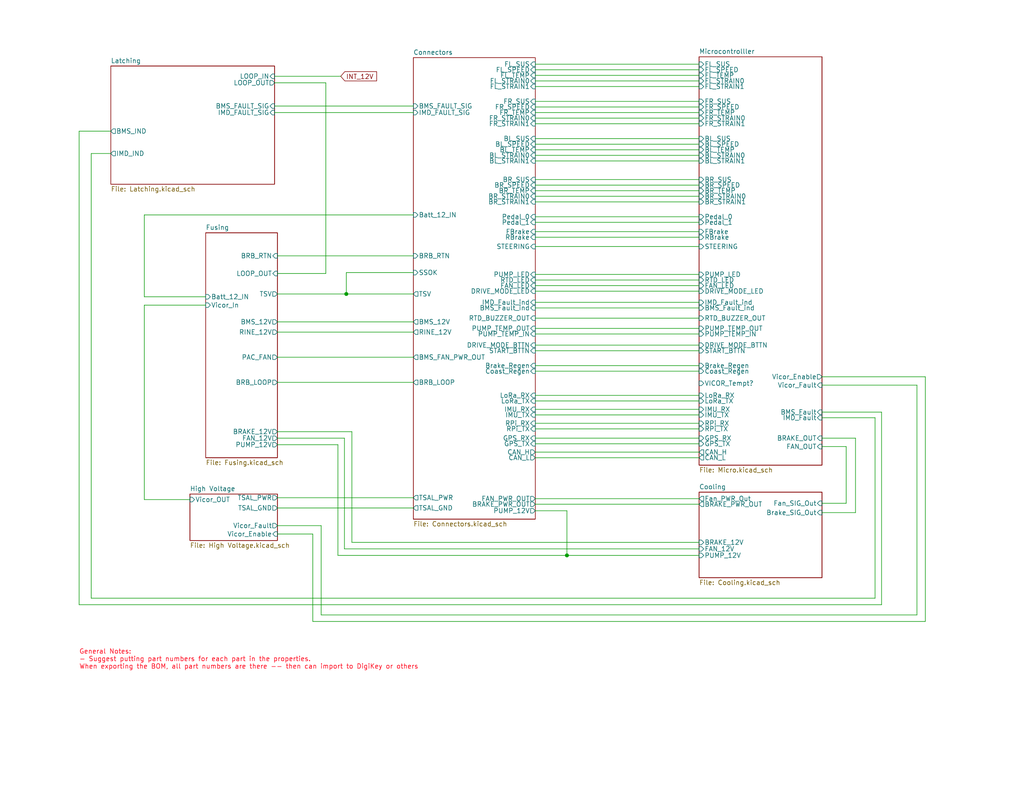
<source format=kicad_sch>
(kicad_sch (version 20230121) (generator eeschema)
  (paper "A")
  (title_block (title "MAIN LV BOARD") (date "2023-05-15") (rev "V 1.1") (company "AERO") (comment 1 "Colin Grund") (comment 2 "Main board that do it all.") (comment 3 "Functions: Safetey loop, Fusing, 2 Microcontrollers, Sensor input, precharge.") (comment 4 "ect... LV and HV seperated by space"))
  (lib_symbols)
  (junction (at 154.686 151.638))
  (junction (at 94.488 80.264))
  (wire (pts (xy 39.37 136.398) (xy 51.816 136.398)))
  (wire (pts (xy 146.05 117.094) (xy 190.754 117.094)))
  (wire (pts (xy 224.282 139.954) (xy 233.426 139.954)))
  (wire (pts (xy 146.05 37.846) (xy 190.754 37.846)))
  (wire (pts (xy 146.05 139.446) (xy 154.686 139.446)))
  (wire (pts (xy 154.686 151.638) (xy 190.754 151.638)))
  (wire (pts (xy 146.05 63.246) (xy 190.754 63.246)))
  (wire (pts (xy 24.892 163.322) (xy 238.76 163.322)))
  (wire (pts (xy 146.05 76.454) (xy 190.754 76.454)))
  (wire (pts (xy 93.98 149.86) (xy 190.754 149.86)))
  (wire (pts (xy 146.05 52.07) (xy 190.754 52.07)))
  (wire (pts (xy 146.05 86.868) (xy 190.754 86.868)))
  (wire (pts (xy 146.05 107.95) (xy 190.754 107.95)))
  (wire (pts (xy 74.93 30.734) (xy 112.776 30.734)))
  (wire (pts (xy 75.692 138.684) (xy 112.776 138.684)))
  (wire (pts (xy 146.05 119.634) (xy 190.754 119.634)))
  (wire (pts (xy 74.93 20.828) (xy 92.964 20.828)))
  (wire (pts (xy 252.476 169.672) (xy 85.344 169.672)))
  (wire (pts (xy 252.476 102.87) (xy 252.476 169.672)))
  (wire (pts (xy 87.63 143.51) (xy 75.692 143.51)))
  (wire (pts (xy 146.05 40.894) (xy 190.754 40.894)))
  (wire (pts (xy 39.37 136.398) (xy 39.37 83.312)))
  (wire (pts (xy 146.05 95.758) (xy 190.754 95.758)))
  (wire (pts (xy 74.93 28.956) (xy 112.776 28.956)))
  (wire (pts (xy 146.05 49.022) (xy 190.754 49.022)))
  (wire (pts (xy 75.692 90.678) (xy 112.776 90.678)))
  (wire (pts (xy 233.426 139.954) (xy 233.426 119.634)))
  (wire (pts (xy 56.134 81.026) (xy 39.37 81.026)))
  (wire (pts (xy 75.692 135.89) (xy 112.776 135.89)))
  (wire (pts (xy 21.59 165.1) (xy 21.59 35.814)))
  (wire (pts (xy 146.05 42.418) (xy 190.754 42.418)))
  (wire (pts (xy 146.05 50.546) (xy 190.754 50.546)))
  (wire (pts (xy 146.05 39.37) (xy 190.754 39.37)))
  (wire (pts (xy 146.05 109.474) (xy 190.754 109.474)))
  (wire (pts (xy 224.282 102.87) (xy 252.476 102.87)))
  (wire (pts (xy 75.692 80.264) (xy 94.488 80.264)))
  (wire (pts (xy 75.692 104.394) (xy 112.776 104.394)))
  (wire (pts (xy 230.886 121.92) (xy 230.886 137.414)))
  (wire (pts (xy 39.37 83.312) (xy 56.134 83.312)))
  (wire (pts (xy 39.37 81.026) (xy 39.37 58.674)))
  (wire (pts (xy 146.05 53.594) (xy 190.754 53.594)))
  (wire (pts (xy 146.05 136.144) (xy 190.754 136.144)))
  (wire (pts (xy 146.05 101.346) (xy 190.754 101.346)))
  (wire (pts (xy 240.538 165.1) (xy 21.59 165.1)))
  (wire (pts (xy 146.05 113.284) (xy 190.754 113.284)))
  (wire (pts (xy 30.226 41.91) (xy 24.892 41.91)))
  (wire (pts (xy 146.05 82.55) (xy 190.754 82.55)))
  (wire (pts (xy 146.05 79.502) (xy 190.754 79.502)))
  (wire (pts (xy 146.05 64.77) (xy 190.754 64.77)))
  (wire (pts (xy 146.05 91.186) (xy 190.754 91.186)))
  (wire (pts (xy 146.05 84.074) (xy 190.754 84.074)))
  (wire (pts (xy 146.05 60.706) (xy 190.754 60.706)))
  (wire (pts (xy 94.488 74.422) (xy 94.488 80.264)))
  (wire (pts (xy 230.886 137.414) (xy 224.282 137.414)))
  (wire (pts (xy 146.05 74.93) (xy 190.754 74.93)))
  (wire (pts (xy 146.05 30.734) (xy 190.754 30.734)))
  (wire (pts (xy 146.05 121.158) (xy 190.754 121.158)))
  (wire (pts (xy 146.05 94.234) (xy 190.754 94.234)))
  (wire (pts (xy 146.05 23.622) (xy 190.754 23.622)))
  (wire (pts (xy 233.426 119.634) (xy 224.282 119.634)))
  (wire (pts (xy 146.05 67.31) (xy 190.754 67.31)))
  (wire (pts (xy 94.488 80.264) (xy 112.776 80.264)))
  (wire (pts (xy 85.344 169.672) (xy 85.344 145.796)))
  (wire (pts (xy 146.05 55.118) (xy 190.754 55.118)))
  (wire (pts (xy 224.282 121.92) (xy 230.886 121.92)))
  (wire (pts (xy 93.98 119.634) (xy 93.98 149.86)))
  (wire (pts (xy 240.538 112.522) (xy 240.538 165.1)))
  (wire (pts (xy 21.59 35.814) (xy 30.226 35.814)))
  (wire (pts (xy 146.05 32.258) (xy 190.754 32.258)))
  (wire (pts (xy 75.692 74.676) (xy 88.9 74.676)))
  (wire (pts (xy 146.05 20.574) (xy 190.754 20.574)))
  (wire (pts (xy 75.692 121.412) (xy 92.202 121.412)))
  (wire (pts (xy 146.05 99.822) (xy 190.754 99.822)))
  (wire (pts (xy 238.76 114.046) (xy 224.282 114.046)))
  (wire (pts (xy 146.05 123.444) (xy 190.754 123.444)))
  (wire (pts (xy 146.05 17.526) (xy 190.754 17.526)))
  (wire (pts (xy 88.9 22.606) (xy 88.9 74.676)))
  (wire (pts (xy 146.05 29.21) (xy 190.754 29.21)))
  (wire (pts (xy 96.012 117.856) (xy 75.692 117.856)))
  (wire (pts (xy 146.05 22.098) (xy 190.754 22.098)))
  (wire (pts (xy 75.692 69.85) (xy 112.776 69.85)))
  (wire (pts (xy 154.686 139.446) (xy 154.686 151.638)))
  (wire (pts (xy 146.05 115.57) (xy 190.754 115.57)))
  (wire (pts (xy 224.282 112.522) (xy 240.538 112.522)))
  (wire (pts (xy 238.76 163.322) (xy 238.76 114.046)))
  (wire (pts (xy 146.05 77.978) (xy 190.754 77.978)))
  (wire (pts (xy 75.692 97.536) (xy 112.776 97.536)))
  (wire (pts (xy 75.692 87.884) (xy 112.776 87.884)))
  (wire (pts (xy 87.63 167.894) (xy 87.63 143.51)))
  (wire (pts (xy 146.05 43.942) (xy 190.754 43.942)))
  (wire (pts (xy 85.344 145.796) (xy 75.692 145.796)))
  (wire (pts (xy 250.19 167.894) (xy 87.63 167.894)))
  (wire (pts (xy 92.202 151.638) (xy 154.686 151.638)))
  (wire (pts (xy 96.012 148.082) (xy 96.012 117.856)))
  (wire (pts (xy 146.05 19.05) (xy 190.754 19.05)))
  (wire (pts (xy 190.754 148.082) (xy 96.012 148.082)))
  (wire (pts (xy 92.202 121.412) (xy 92.202 151.638)))
  (wire (pts (xy 75.692 119.634) (xy 93.98 119.634)))
  (wire (pts (xy 146.05 59.182) (xy 190.754 59.182)))
  (wire (pts (xy 146.05 33.782) (xy 190.754 33.782)))
  (wire (pts (xy 146.05 124.968) (xy 190.754 124.968)))
  (wire (pts (xy 74.93 22.606) (xy 88.9 22.606)))
  (wire (pts (xy 146.05 27.686) (xy 190.754 27.686)))
  (wire (pts (xy 112.776 74.422) (xy 94.488 74.422)))
  (wire (pts (xy 190.754 137.668) (xy 146.05 137.668)))
  (wire (pts (xy 39.37 58.674) (xy 112.776 58.674)))
  (wire (pts (xy 146.05 111.76) (xy 190.754 111.76)))
  (wire (pts (xy 224.282 105.156) (xy 250.19 105.156)))
  (wire (pts (xy 24.892 41.91) (xy 24.892 163.322)))
  (wire (pts (xy 250.19 105.156) (xy 250.19 167.894)))
  (wire (pts (xy 146.05 89.662) (xy 190.754 89.662)))
  (text "General Notes: \n- Suggest putting part numbers for each part in the properties.\nWhen exporting the BOM, all part numbers are there -- then can import to DigiKey or others" (at 21.59 182.88 0) (effects (font (size 1.27 1.27)) (justify left bottom)))
  (global_label "INT_12V" (shape input) (at 92.964 20.828 0) (property "Intersheetrefs" "${INTERSHEET_REFS}" (effects hide)))
  (sheet (at 51.816 134.874) (size 23.876 12.7) (stroke (width 0.1524))
    (property "Sheetname" "High Voltage" (at 51.816 134.1624 0) (effects (justify left bottom)))
    (property "Sheetfile" "High Voltage.kicad_sch" (at 51.816 148.1586 0) (effects (justify left top)))
    (pin "TSAL_PWR" output (at 75.692 135.89 0))
    (pin "TSAL_GND" output (at 75.692 138.684 0))
    (pin "Vicor_OUT" input (at 51.816 136.398 180))
    (pin "Vicor_Fault" output (at 75.692 143.51 0))
    (pin "Vicor_Enable" input (at 75.692 145.796 0))
  )
  (sheet (at 190.754 15.494) (size 33.528 111.506) (stroke (width 0.1524))
    (property "Sheetname" "Microcontrolller" (at 190.754 14.7824 0) (effects (justify left bottom)))
    (property "Sheetfile" "Micro.kicad_sch" (at 190.754 127.5846 0) (effects (justify left top)))
    (pin "RTD_LED" input (at 190.754 76.454 180))
    (pin "BMS_Fault_ind" input (at 190.754 84.074 180))
    (pin "Brake_Regen" input (at 190.754 99.822 180))
    (pin "VICOR_Tempt?" input (at 190.754 104.648 180))
    (pin "Pedal_0" input (at 190.754 59.182 180))
    (pin "IMD_Fault" input (at 224.282 114.046 0))
    (pin "RBrake" input (at 190.754 64.77 180))
    (pin "CAN_L" output (at 190.754 124.968 180))
    (pin "PUMP_TEMP_IN" input (at 190.754 91.186 180))
    (pin "DRIVE_MODE_LED" input (at 190.754 79.502 180))
    (pin "START_BTTN" input (at 190.754 95.758 180))
    (pin "FR_SUS" input (at 190.754 27.686 180))
    (pin "BR_STRAIN1" input (at 190.754 55.118 180))
    (pin "BR_TEMP" input (at 190.754 52.07 180))
    (pin "FR_STRAIN1" input (at 190.754 33.782 180))
    (pin "BR_SUS" input (at 190.754 49.022 180))
    (pin "FR_TEMP" input (at 190.754 30.734 180))
    (pin "BL_STRAIN0" input (at 190.754 42.418 180))
    (pin "GPS_TX" input (at 190.754 121.158 180))
    (pin "BL_SPEED" input (at 190.754 39.37 180))
    (pin "LoRa_TX" input (at 190.754 109.474 180))
    (pin "IMU_TX" input (at 190.754 113.284 180))
    (pin "RPi_TX" input (at 190.754 117.094 180))
    (pin "CAN_H" output (at 190.754 123.444 180))
    (pin "GPS_RX" input (at 190.754 119.634 180))
    (pin "RPi_RX" input (at 190.754 115.57 180))
    (pin "IMU_RX" input (at 190.754 111.76 180))
    (pin "LoRa_RX" input (at 190.754 107.95 180))
    (pin "Coast_Regen" input (at 190.754 101.346 180))
    (pin "DRIVE_MODE_BTTN" input (at 190.754 94.234 180))
    (pin "PUMP_TEMP_OUT" input (at 190.754 89.662 180))
    (pin "RTD_BUZZER_OUT" input (at 190.754 86.868 180))
    (pin "IMD_Fault_ind" input (at 190.754 82.55 180))
    (pin "FAN_LED" input (at 190.754 77.978 180))
    (pin "PUMP_LED" input (at 190.754 74.93 180))
    (pin "BMS_Fault" input (at 224.282 112.522 0))
    (pin "STEERING" input (at 190.754 67.31 180))
    (pin "FBrake" input (at 190.754 63.246 180))
    (pin "Pedal_1" input (at 190.754 60.706 180))
    (pin "BR_STRAIN0" input (at 190.754 53.594 180))
    (pin "BR_SPEED" input (at 190.754 50.546 180))
    (pin "BL_STRAIN1" input (at 190.754 43.942 180))
    (pin "BL_TEMP" input (at 190.754 40.894 180))
    (pin "BL_SUS" input (at 190.754 37.846 180))
    (pin "FR_STRAIN0" input (at 190.754 32.258 180))
    (pin "FR_SPEED" input (at 190.754 29.21 180))
    (pin "FL_STRAIN1" input (at 190.754 23.622 180))
    (pin "FL_STRAIN0" input (at 190.754 22.098 180))
    (pin "FL_SPEED" input (at 190.754 19.05 180))
    (pin "FL_TEMP" input (at 190.754 20.574 180))
    (pin "FL_SUS" input (at 190.754 17.526 180))
    (pin "BRAKE_OUT" input (at 224.282 119.634 0))
    (pin "FAN_OUT" input (at 224.282 121.92 0))
    (pin "Vicor_Fault" input (at 224.282 105.156 0))
    (pin "Vicor_Enable" output (at 224.282 102.87 0))
  )
  (sheet (at 112.776 15.748) (size 33.274 125.984) (stroke (width 0.1524))
    (property "Sheetname" "Connectors" (at 112.776 15.0364 0) (effects (justify left bottom)))
    (property "Sheetfile" "Connectors.kicad_sch" (at 112.776 142.3166 0) (effects (justify left top)))
    (pin "BL_STRAIN0" input (at 146.05 42.418 0))
    (pin "BR_SUS" input (at 146.05 49.022 0))
    (pin "BR_STRAIN1" input (at 146.05 55.118 0))
    (pin "FR_TEMP" input (at 146.05 30.734 0))
    (pin "TSAL_PWR" output (at 112.776 135.89 180))
    (pin "IMD_Fault_ind" input (at 146.05 82.55 0))
    (pin "BMS_Fault_ind" input (at 146.05 84.074 0))
    (pin "PUMP_LED" input (at 146.05 74.93 0))
    (pin "CAN_L" output (at 146.05 124.968 0))
    (pin "CAN_H" output (at 146.05 123.444 0))
    (pin "GPS_TX" input (at 146.05 121.158 0))
    (pin "GPS_RX" input (at 146.05 119.634 0))
    (pin "RPi_TX" input (at 146.05 117.094 0))
    (pin "RPi_RX" input (at 146.05 115.57 0))
    (pin "IMU_TX" input (at 146.05 113.284 0))
    (pin "IMU_RX" input (at 146.05 111.76 0))
    (pin "LoRa_TX" input (at 146.05 109.474 0))
    (pin "LoRa_RX" input (at 146.05 107.95 0))
    (pin "Coast_Regen" input (at 146.05 101.346 0))
    (pin "Brake_Regen" input (at 146.05 99.822 0))
    (pin "START_BTTN" input (at 146.05 95.758 0))
    (pin "DRIVE_MODE_BTTN" input (at 146.05 94.234 0))
    (pin "PUMP_TEMP_IN" input (at 146.05 91.186 0))
    (pin "PUMP_TEMP_OUT" input (at 146.05 89.662 0))
    (pin "RTD_BUZZER_OUT" input (at 146.05 86.868 0))
    (pin "DRIVE_MODE_LED" input (at 146.05 79.502 0))
    (pin "FAN_LED" input (at 146.05 77.978 0))
    (pin "RTD_LED" input (at 146.05 76.454 0))
    (pin "STEERING" input (at 146.05 67.31 0))
    (pin "RBrake" input (at 146.05 64.77 0))
    (pin "FBrake" input (at 146.05 63.246 0))
    (pin "Pedal_1" input (at 146.05 60.706 0))
    (pin "Pedal_0" input (at 146.05 59.182 0))
    (pin "BR_SPEED" input (at 146.05 50.546 0))
    (pin "BR_TEMP" input (at 146.05 52.07 0))
    (pin "BR_STRAIN0" input (at 146.05 53.594 0))
    (pin "BL_STRAIN1" input (at 146.05 43.942 0))
    (pin "BL_TEMP" input (at 146.05 40.894 0))
    (pin "BL_SUS" input (at 146.05 37.846 0))
    (pin "BL_SPEED" input (at 146.05 39.37 0))
    (pin "FR_STRAIN1" input (at 146.05 33.782 0))
    (pin "FR_STRAIN0" input (at 146.05 32.258 0))
    (pin "FR_SPEED" input (at 146.05 29.21 0))
    (pin "FR_SUS" input (at 146.05 27.686 0))
    (pin "FL_TEMP" input (at 146.05 20.574 0))
    (pin "FL_STRAIN1" input (at 146.05 23.622 0))
    (pin "FL_STRAIN0" input (at 146.05 22.098 0))
    (pin "FL_SPEED" input (at 146.05 19.05 0))
    (pin "FL_SUS" input (at 146.05 17.526 0))
    (pin "FAN_PWR_OUT" output (at 146.05 136.144 0))
    (pin "BRAKE_PWR_OUT" output (at 146.05 137.668 0))
    (pin "TSAL_GND" output (at 112.776 138.684 180))
    (pin "BRB_RTN" input (at 112.776 69.85 180))
    (pin "TSV" output (at 112.776 80.264 180))
    (pin "BMS_12V" output (at 112.776 87.884 180))
    (pin "RINE_12V" output (at 112.776 90.678 180))
    (pin "BRB_LOOP" output (at 112.776 104.394 180))
    (pin "IMD_FAULT_SIG" input (at 112.776 30.734 180))
    (pin "BMS_FAULT_SIG" input (at 112.776 28.956 180))
    (pin "SSOK" input (at 112.776 74.422 180))
    (pin "PUMP_12V" output (at 146.05 139.446 0))
    (pin "Batt_12_IN" input (at 112.776 58.674 180))
    (pin "BMS_FAN_PWR_OUT" output (at 112.776 97.536 180))
  )
  (sheet (at 56.134 63.5508) (size 19.558 61.4172) (stroke (width 0.1524))
    (property "Sheetname" "Fusing" (at 56.134 62.8392 0) (effects (justify left bottom)))
    (property "Sheetfile" "Fusing.kicad_sch" (at 56.134 125.5526 0) (effects (justify left top)))
    (pin "TSV" output (at 75.692 80.264 0))
    (pin "BRB_RTN" input (at 75.692 69.85 0))
    (pin "BRAKE_12V" output (at 75.692 117.856 0))
    (pin "PUMP_12V" output (at 75.692 121.412 0))
    (pin "FAN_12V" output (at 75.692 119.634 0))
    (pin "LOOP_OUT" input (at 75.692 74.676 0))
    (pin "BMS_12V" output (at 75.692 87.884 0))
    (pin "RINE_12V" output (at 75.692 90.678 0))
    (pin "BRB_LOOP" output (at 75.692 104.394 0))
    (pin "Batt_12_IN" input (at 56.134 81.026 180))
    (pin "Vicor_In" input (at 56.134 83.312 180))
    (pin "PAC_FAN" output (at 75.692 97.536 0))
  )
  (sheet (at 30.226 18.034) (size 44.704 32.258) (stroke (width 0.1524))
    (property "Sheetname" "Latching" (at 30.226 17.3224 0) (effects (justify left bottom)))
    (property "Sheetfile" "Latching.kicad_sch" (at 30.226 50.8766 0) (effects (justify left top)))
    (pin "LOOP_IN" input (at 74.93 20.828 0))
    (pin "BMS_FAULT_SIG" input (at 74.93 28.956 0))
    (pin "LOOP_OUT" output (at 74.93 22.606 0))
    (pin "IMD_FAULT_SIG" input (at 74.93 30.734 0))
    (pin "BMS_IND" output (at 30.226 35.814 180))
    (pin "IMD_IND" output (at 30.226 41.91 180))
  )
  (sheet (at 190.754 134.366) (size 33.528 23.368) (stroke (width 0.1524))
    (property "Sheetname" "Cooling" (at 190.754 133.6544 0) (effects (justify left bottom)))
    (property "Sheetfile" "Cooling.kicad_sch" (at 190.754 158.3186 0) (effects (justify left top)))
    (pin "Brake_SIG_Out" input (at 224.282 139.954 0))
    (pin "Fan_SIG_Out" input (at 224.282 137.414 0))
    (pin "Fan_PWR_Out" output (at 190.754 136.144 180))
    (pin "BRAKE_PWR_OUT" output (at 190.754 137.668 180))
    (pin "FAN_12V" input (at 190.754 149.86 180))
    (pin "BRAKE_12V" input (at 190.754 148.082 180))
    (pin "PUMP_12V" input (at 190.754 151.638 180))
  )
)
</source>
